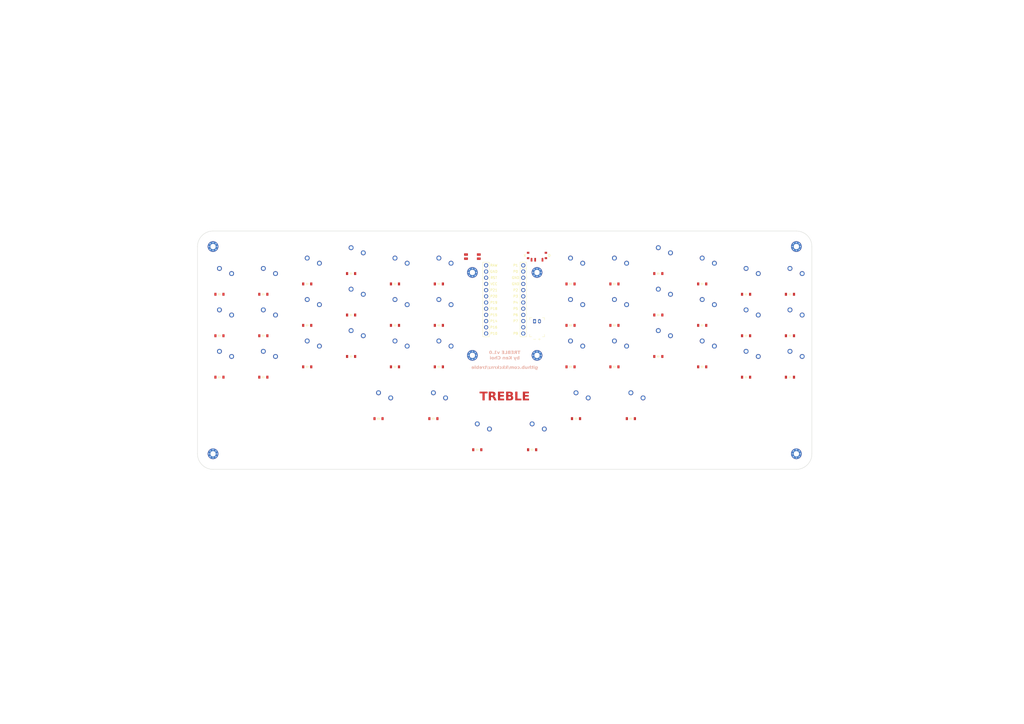
<source format=kicad_pcb>


(kicad_pcb
  (version 20240108)
  (generator "ergogen")
  (generator_version "4.1.0")
  (general
    (thickness 1.6)
    (legacy_teardrops no)
  )
  (paper "A3")
  (title_block
    (title "treble")
    (date "2024-09-01")
    (rev "1")
    (company "Ken Choi")
  )

  (layers
    (0 "F.Cu" signal)
    (31 "B.Cu" signal)
    (32 "B.Adhes" user "B.Adhesive")
    (33 "F.Adhes" user "F.Adhesive")
    (34 "B.Paste" user)
    (35 "F.Paste" user)
    (36 "B.SilkS" user "B.Silkscreen")
    (37 "F.SilkS" user "F.Silkscreen")
    (38 "B.Mask" user)
    (39 "F.Mask" user)
    (40 "Dwgs.User" user "User.Drawings")
    (41 "Cmts.User" user "User.Comments")
    (42 "Eco1.User" user "User.Eco1")
    (43 "Eco2.User" user "User.Eco2")
    (44 "Edge.Cuts" user)
    (45 "Margin" user)
    (46 "B.CrtYd" user "B.Courtyard")
    (47 "F.CrtYd" user "F.Courtyard")
    (48 "B.Fab" user)
    (49 "F.Fab" user)
  )

  (setup
    (pad_to_mask_clearance 0.05)
    (allow_soldermask_bridges_in_footprints no)
    (pcbplotparams
      (layerselection 0x00010fc_ffffffff)
      (plot_on_all_layers_selection 0x0000000_00000000)
      (disableapertmacros no)
      (usegerberextensions no)
      (usegerberattributes yes)
      (usegerberadvancedattributes yes)
      (creategerberjobfile yes)
      (dashed_line_dash_ratio 12.000000)
      (dashed_line_gap_ratio 3.000000)
      (svgprecision 4)
      (plotframeref no)
      (viasonmask no)
      (mode 1)
      (useauxorigin no)
      (hpglpennumber 1)
      (hpglpenspeed 20)
      (hpglpendiameter 15.000000)
      (pdf_front_fp_property_popups yes)
      (pdf_back_fp_property_popups yes)
      (dxfpolygonmode yes)
      (dxfimperialunits yes)
      (dxfusepcbnewfont yes)
      (psnegative no)
      (psa4output no)
      (plotreference yes)
      (plotvalue yes)
      (plotfptext yes)
      (plotinvisibletext no)
      (sketchpadsonfab no)
      (subtractmaskfromsilk no)
      (outputformat 1)
      (mirror no)
      (drillshape 1)
      (scaleselection 1)
      (outputdirectory "")
    )
  )

  (net 0 "")
(net 1 "P10")
(net 2 "outer_bottom")
(net 3 "GND")
(net 4 "D1")
(net 5 "D2")
(net 6 "outer_home")
(net 7 "outer_top")
(net 8 "P16")
(net 9 "pinky_bottom")
(net 10 "pinky_home")
(net 11 "pinky_top")
(net 12 "P14")
(net 13 "ring_bottom")
(net 14 "ring_home")
(net 15 "ring_top")
(net 16 "P15")
(net 17 "middle_bottom")
(net 18 "middle_home")
(net 19 "middle_top")
(net 20 "P18")
(net 21 "index_bottom")
(net 22 "index_home")
(net 23 "index_top")
(net 24 "P19")
(net 25 "inner_bottom")
(net 26 "inner_home")
(net 27 "inner_top")
(net 28 "inner_thumb")
(net 29 "home_thumb")
(net 30 "outer_thumb")
(net 31 "mirror_outer_bottom")
(net 32 "mirror_outer_home")
(net 33 "mirror_outer_top")
(net 34 "mirror_pinky_bottom")
(net 35 "mirror_pinky_home")
(net 36 "mirror_pinky_top")
(net 37 "mirror_ring_bottom")
(net 38 "mirror_ring_home")
(net 39 "mirror_ring_top")
(net 40 "mirror_middle_bottom")
(net 41 "mirror_middle_home")
(net 42 "mirror_middle_top")
(net 43 "mirror_index_bottom")
(net 44 "mirror_index_home")
(net 45 "mirror_index_top")
(net 46 "mirror_inner_bottom")
(net 47 "mirror_inner_home")
(net 48 "mirror_inner_top")
(net 49 "mirror_inner_thumb")
(net 50 "mirror_home_thumb")
(net 51 "mirror_outer_thumb")
(net 52 "P9")
(net 53 "P20")
(net 54 "P21")
(net 55 "P8")
(net 56 "P7")
(net 57 "P6")
(net 58 "P5")
(net 59 "RAW")
(net 60 "RST")
(net 61 "VCC")
(net 62 "P1")
(net 63 "P0")
(net 64 "P2")
(net 65 "P3")
(net 66 "P4")
(net 67 "P101")
(net 68 "P102")
(net 69 "P107")
(net 70 "MCU1_24")
(net 71 "MCU1_1")
(net 72 "MCU1_23")
(net 73 "MCU1_2")
(net 74 "MCU1_22")
(net 75 "MCU1_3")
(net 76 "MCU1_21")
(net 77 "MCU1_4")
(net 78 "MCU1_20")
(net 79 "MCU1_5")
(net 80 "MCU1_19")
(net 81 "MCU1_6")
(net 82 "MCU1_18")
(net 83 "MCU1_7")
(net 84 "MCU1_17")
(net 85 "MCU1_8")
(net 86 "MCU1_16")
(net 87 "MCU1_9")
(net 88 "MCU1_15")
(net 89 "MCU1_10")
(net 90 "MCU1_14")
(net 91 "MCU1_11")
(net 92 "MCU1_13")
(net 93 "MCU1_12")
(net 94 "BAT_P")
(net 95 "JST1_1")
(net 96 "JST1_2")
(net 97 "H1_Hole")
(net 98 "H2_Hole")
(net 99 "H3_Hole")
(net 100 "H4_Hole")
(net 101 "H5_Hole")
(net 102 "H6_Hole")
(net 103 "H7_Hole")
(net 104 "H8_Hole")

  
  (footprint "switch_choc_v1_v2" (layer "B.Cu") (at 90 150 0))
    

  (footprint "switch_choc_v1_v2" (layer "B.Cu") (at 90 133 0))
    

  (footprint "switch_choc_v1_v2" (layer "B.Cu") (at 90 116 0))
    

  (footprint "switch_choc_v1_v2" (layer "B.Cu") (at 108 150 0))
    

  (footprint "switch_choc_v1_v2" (layer "B.Cu") (at 108 133 0))
    

  (footprint "switch_choc_v1_v2" (layer "B.Cu") (at 108 116 0))
    

  (footprint "switch_choc_v1_v2" (layer "B.Cu") (at 126 145.75 0))
    

  (footprint "switch_choc_v1_v2" (layer "B.Cu") (at 126 128.75 0))
    

  (footprint "switch_choc_v1_v2" (layer "B.Cu") (at 126 111.75 0))
    

  (footprint "switch_choc_v1_v2" (layer "B.Cu") (at 144 141.5 0))
    

  (footprint "switch_choc_v1_v2" (layer "B.Cu") (at 144 124.5 0))
    

  (footprint "switch_choc_v1_v2" (layer "B.Cu") (at 144 107.5 0))
    

  (footprint "switch_choc_v1_v2" (layer "B.Cu") (at 162 145.75 0))
    

  (footprint "switch_choc_v1_v2" (layer "B.Cu") (at 162 128.75 0))
    

  (footprint "switch_choc_v1_v2" (layer "B.Cu") (at 162 111.75 0))
    

  (footprint "switch_choc_v1_v2" (layer "B.Cu") (at 180 145.75 0))
    

  (footprint "switch_choc_v1_v2" (layer "B.Cu") (at 180 128.75 0))
    

  (footprint "switch_choc_v1_v2" (layer "B.Cu") (at 180 111.75 0))
    

  (footprint "switch_choc_v1_v2" (layer "B.Cu") (at 155.25 167 0))
    

  (footprint "switch_choc_v1_v2" (layer "B.Cu") (at 177.75 167 0))
    

  (footprint "switch_choc_v1_v2" (layer "B.Cu") (at 195.75 179.75 0))
    

  (footprint "switch_choc_v1_v2" (layer "B.Cu") (at 324 150 0))
    

  (footprint "switch_choc_v1_v2" (layer "B.Cu") (at 324 133 0))
    

  (footprint "switch_choc_v1_v2" (layer "B.Cu") (at 324 116 0))
    

  (footprint "switch_choc_v1_v2" (layer "B.Cu") (at 306 150 0))
    

  (footprint "switch_choc_v1_v2" (layer "B.Cu") (at 306 133 0))
    

  (footprint "switch_choc_v1_v2" (layer "B.Cu") (at 306 116 0))
    

  (footprint "switch_choc_v1_v2" (layer "B.Cu") (at 288 145.75 0))
    

  (footprint "switch_choc_v1_v2" (layer "B.Cu") (at 288 128.75 0))
    

  (footprint "switch_choc_v1_v2" (layer "B.Cu") (at 288 111.75 0))
    

  (footprint "switch_choc_v1_v2" (layer "B.Cu") (at 270 141.5 0))
    

  (footprint "switch_choc_v1_v2" (layer "B.Cu") (at 270 124.5 0))
    

  (footprint "switch_choc_v1_v2" (layer "B.Cu") (at 270 107.5 0))
    

  (footprint "switch_choc_v1_v2" (layer "B.Cu") (at 252 145.75 0))
    

  (footprint "switch_choc_v1_v2" (layer "B.Cu") (at 252 128.75 0))
    

  (footprint "switch_choc_v1_v2" (layer "B.Cu") (at 252 111.75 0))
    

  (footprint "switch_choc_v1_v2" (layer "B.Cu") (at 234 145.75 0))
    

  (footprint "switch_choc_v1_v2" (layer "B.Cu") (at 234 128.75 0))
    

  (footprint "switch_choc_v1_v2" (layer "B.Cu") (at 234 111.75 0))
    

  (footprint "switch_choc_v1_v2" (layer "B.Cu") (at 258.75 167 0))
    

  (footprint "switch_choc_v1_v2" (layer "B.Cu") (at 236.25 167 0))
    

  (footprint "switch_choc_v1_v2" (layer "B.Cu") (at 218.25 179.75 0))
    

        (module CutoutSwitch
            (layer F.Cu)
            (tedit 58D3FE32)
            (at 90 150 0)
            
            (fp_text reference "CS1"
                (at 0 -3.2)
                (layer F.SilkS) hide
                (effects
                    (font
                        (size 1 1)
                        (thickness 0.15)
                    )
                )
            )
            
            (pad "" smd circle
                (at 0 0 0)
                (size 3.4 3.4)
                (drill 3.4)
                (layers B.Adhes)
            )
            
            (pad "" smd circle
                (at 5.5 0 0)
                (size 1.7 1.7)
                (drill 1.7)
                (layers B.Adhes)
            )
            (pad "" smd circle
                (at -5.5 0 0)
                (size 1.7 1.7)
                (drill 1.7)
                (layers B.Adhes)
            )
            
            (pad "" smd circle
                (at 0 -5.9 0)
                (size 2.4 2.4)
                (drill 2.4)
                (layers B.Adhes)
            )
            (pad "" smd circle
                (at 5 -3.8 0)
                (size 2.4 2.4)
                (drill 2.4)
                (layers B.Adhes)
            )
        )
        

        (module CutoutSwitch
            (layer F.Cu)
            (tedit 58D3FE32)
            (at 90 133 0)
            
            (fp_text reference "CS2"
                (at 0 -3.2)
                (layer F.SilkS) hide
                (effects
                    (font
                        (size 1 1)
                        (thickness 0.15)
                    )
                )
            )
            
            (pad "" smd circle
                (at 0 0 0)
                (size 3.4 3.4)
                (drill 3.4)
                (layers B.Adhes)
            )
            
            (pad "" smd circle
                (at 5.5 0 0)
                (size 1.7 1.7)
                (drill 1.7)
                (layers B.Adhes)
            )
            (pad "" smd circle
                (at -5.5 0 0)
                (size 1.7 1.7)
                (drill 1.7)
                (layers B.Adhes)
            )
            
            (pad "" smd circle
                (at 0 -5.9 0)
                (size 2.4 2.4)
                (drill 2.4)
                (layers B.Adhes)
            )
            (pad "" smd circle
                (at 5 -3.8 0)
                (size 2.4 2.4)
                (drill 2.4)
                (layers B.Adhes)
            )
        )
        

        (module CutoutSwitch
            (layer F.Cu)
            (tedit 58D3FE32)
            (at 90 116 0)
            
            (fp_text reference "CS3"
                (at 0 -3.2)
                (layer F.SilkS) hide
                (effects
                    (font
                        (size 1 1)
                        (thickness 0.15)
                    )
                )
            )
            
            (pad "" smd circle
                (at 0 0 0)
                (size 3.4 3.4)
                (drill 3.4)
                (layers B.Adhes)
            )
            
            (pad "" smd circle
                (at 5.5 0 0)
                (size 1.7 1.7)
                (drill 1.7)
                (layers B.Adhes)
            )
            (pad "" smd circle
                (at -5.5 0 0)
                (size 1.7 1.7)
                (drill 1.7)
                (layers B.Adhes)
            )
            
            (pad "" smd circle
                (at 0 -5.9 0)
                (size 2.4 2.4)
                (drill 2.4)
                (layers B.Adhes)
            )
            (pad "" smd circle
                (at 5 -3.8 0)
                (size 2.4 2.4)
                (drill 2.4)
                (layers B.Adhes)
            )
        )
        

        (module CutoutSwitch
            (layer F.Cu)
            (tedit 58D3FE32)
            (at 108 150 0)
            
            (fp_text reference "CS4"
                (at 0 -3.2)
                (layer F.SilkS) hide
                (effects
                    (font
                        (size 1 1)
                        (thickness 0.15)
                    )
                )
            )
            
            (pad "" smd circle
                (at 0 0 0)
                (size 3.4 3.4)
                (drill 3.4)
                (layers B.Adhes)
            )
            
            (pad "" smd circle
                (at 5.5 0 0)
                (size 1.7 1.7)
                (drill 1.7)
                (layers B.Adhes)
            )
            (pad "" smd circle
                (at -5.5 0 0)
                (size 1.7 1.7)
                (drill 1.7)
                (layers B.Adhes)
            )
            
            (pad "" smd circle
                (at 0 -5.9 0)
                (size 2.4 2.4)
                (drill 2.4)
                (layers B.Adhes)
            )
            (pad "" smd circle
                (at 5 -3.8 0)
                (size 2.4 2.4)
                (drill 2.4)
                (layers B.Adhes)
            )
        )
        

        (module CutoutSwitch
            (layer F.Cu)
            (tedit 58D3FE32)
            (at 108 133 0)
            
            (fp_text reference "CS5"
                (at 0 -3.2)
                (layer F.SilkS) hide
                (effects
                    (font
                        (size 1 1)
                        (thickness 0.15)
                    )
                )
            )
            
            (pad "" smd circle
                (at 0 0 0)
                (size 3.4 3.4)
                (drill 3.4)
                (layers B.Adhes)
            )
            
            (pad "" smd circle
                (at 5.5 0 0)
                (size 1.7 1.7)
                (drill 1.7)
                (layers B.Adhes)
            )
            (pad "" smd circle
                (at -5.5 0 0)
                (size 1.7 1.7)
                (drill 1.7)
                (layers B.Adhes)
            )
            
            (pad "" smd circle
                (at 0 -5.9 0)
                (size 2.4 2.4)
                (drill 2.4)
                (layers B.Adhes)
            )
            (pad "" smd circle
                (at 5 -3.8 0)
                (size 2.4 2.4)
                (drill 2.4)
                (layers B.Adhes)
            )
        )
        

        (module CutoutSwitch
            (layer F.Cu)
            (tedit 58D3FE32)
            (at 108 116 0)
            
            (fp_text reference "CS6"
                (at 0 -3.2)
                (layer F.SilkS) hide
                (effects
                    (font
                        (size 1 1)
                        (thickness 0.15)
                    )
                )
            )
            
            (pad "" smd circle
                (at 0 0 0)
                (size 3.4 3.4)
                (drill 3.4)
                (layers B.Adhes)
            )
            
            (pad "" smd circle
                (at 5.5 0 0)
                (size 1.7 1.7)
                (drill 1.7)
                (layers B.Adhes)
            )
            (pad "" smd circle
                (at -5.5 0 0)
                (size 1.7 1.7)
                (drill 1.7)
                (layers B.Adhes)
            )
            
            (pad "" smd circle
                (at 0 -5.9 0)
                (size 2.4 2.4)
                (drill 2.4)
                (layers B.Adhes)
            )
            (pad "" smd circle
                (at 5 -3.8 0)
                (size 2.4 2.4)
                (drill 2.4)
                (layers B.Adhes)
            )
        )
        

        (module CutoutSwitch
            (layer F.Cu)
            (tedit 58D3FE32)
            (at 126 145.75 0)
            
            (fp_text reference "CS7"
                (at 0 -3.2)
                (layer F.SilkS) hide
                (effects
                    (font
                        (size 1 1)
                        (thickness 0.15)
                    )
                )
            )
            
            (pad "" smd circle
                (at 0 0 0)
                (size 3.4 3.4)
                (drill 3.4)
                (layers B.Adhes)
            )
            
            (pad "" smd circle
                (at 5.5 0 0)
                (size 1.7 1.7)
                (drill 1.7)
                (layers B.Adhes)
            )
            (pad "" smd circle
                (at -5.5 0 0)
                (size 1.7 1.7)
                (drill 1.7)
                (layers B.Adhes)
            )
            
            (pad "" smd circle
                (at 0 -5.9 0)
                (size 2.4 2.4)
                (drill 2.4)
                (layers B.Adhes)
            )
            (pad "" smd circle
                (at 5 -3.8 0)
                (size 2.4 2.4)
                (drill 2.4)
                (layers B.Adhes)
            )
        )
        

        (module CutoutSwitch
            (layer F.Cu)
            (tedit 58D3FE32)
            (at 126 128.75 0)
            
            (fp_text reference "CS8"
                (at 0 -3.2)
                (layer F.SilkS) hide
                (effects
                    (font
                        (size 1 1)
                        (thickness 0.15)
                    )
                )
            )
            
            (pad "" smd circle
                (at 0 0 0)
                (size 3.4 3.4)
                (drill 3.4)
                (layers B.Adhes)
            )
            
            (pad "" smd circle
                (at 5.5 0 0)
                (size 1.7 1.7)
                (drill 1.7)
                (layers B.Adhes)
            )
            (pad "" smd circle
                (at -5.5 0 0)
                (size 1.7 1.7)
                (drill 1.7)
                (layers B.Adhes)
            )
            
            (pad "" smd circle
                (at 0 -5.9 0)
                (size 2.4 2.4)
                (drill 2.4)
                (layers B.Adhes)
            )
            (pad "" smd circle
                (at 5 -3.8 0)
                (size 2.4 2.4)
                (drill 2.4)
                (layers B.Adhes)
            )
        )
        

        (module CutoutSwitch
            (layer F.Cu)
            (tedit 58D3FE32)
            (at 126 111.75 0)
            
            (fp_text reference "CS9"
                (at 0 -3.2)
                (layer F.SilkS) hide
                (effects
                    (font
                        (size 1 1)
                        (thickness 0.15)
                    )
                )
            )
            
            (pad "" smd circle
                (at 0 0 0)
                (size 3.4 3.4)
                (drill 3.4)
                (layers B.Adhes)
            )
            
            (pad "" smd circle
                (at 5.5 0 0)
                (size 1.7 1.7)
                (drill 1.7)
                (layers B.Adhes)
            )
            (pad "" smd circle
                (at -5.5 0 0)
                (size 1.7 1.7)
                (drill 1.7)
                (layers B.Adhes)
            )
            
            (pad "" smd circle
                (at 0 -5.9 0)
                (size 2.4 2.4)
                (drill 2.4)
                (layers B.Adhes)
            )
            (pad "" smd circle
                (at 5 -3.8 0)
                (size 2.4 2.4)
                (drill 2.4)
                (layers B.Adhes)
            )
        )
        

        (module CutoutSwitch
            (layer F.Cu)
            (tedit 58D3FE32)
            (at 144 141.5 0)
            
            (fp_text reference "CS10"
                (at 0 -3.2)
                (layer F.SilkS) hide
                (effects
                    (font
                        (size 1 1)
                        (thickness 0.15)
                    )
                )
            )
            
            (pad "" smd circle
                (at 0 0 0)
                (size 3.4 3.4)
                (drill 3.4)
                (layers B.Adhes)
            )
            
            (pad "" smd circle
                (at 5.5 0 0)
                (size 1.7 1.7)
                (drill 1.7)
                (layers B.Adhes)
            )
            (pad "" smd circle
                (at -5.5 0 0)
                (size 1.7 1.7)
                (drill 1.7)
                (layers B.Adhes)
            )
            
            (pad "" smd circle
                (at 0 -5.9 0)
                (size 2.4 2.4)
                (drill 2.4)
                (layers B.Adhes)
            )
            (pad "" smd circle
                (at 5 -3.8 0)
                (size 2.4 2.4)
                (drill 2.4)
                (layers B.Adhes)
            )
        )
        

        (module CutoutSwitch
            (layer F.Cu)
            (tedit 58D3FE32)
            (at 144 124.5 0)
            
            (fp_text reference "CS11"
                (at 0 -3.2)
                (layer F.SilkS) hide
                (effects
                    (font
                        (size 1 1)
                        (thickness 0.15)
                    )
                )
            )
            
            (pad "" smd circle
                (at 0 0 0)
                (size 3.4 3.4)
                (drill 3.4)
                (layers B.Adhes)
            )
            
            (pad "" smd circle
                (at 5.5 0 0)
                (size 1.7 1.7)
                (drill 1.7)
                (layers B.Adhes)
            )
            (pad "" smd circle
                (at -5.5 0 0)
                (size 1.7 1.7)
                (drill 1.7)
                (layers B.Adhes)
            )
            
            (pad "" smd circle
                (at 0 -5.9 0)
                (size 2.4 2.4)
                (drill 2.4)
                (layers B.Adhes)
            )
            (pad "" smd circle
                (at 5 -3.8 0)
                (size 2.4 2.4)
                (drill 2.4)
                (layers B.Adhes)
            )
        )
        

        (module CutoutSwitch
            (layer F.Cu)
            (tedit 58D3FE32)
            (at 144 107.5 0)
            
            (fp_text reference "CS12"
                (at 0 -3.2)
                (layer F.SilkS) hide
                (effects
                    (font
                        (size 1 1)
                        (thickness 0.15)
                    )
                )
            )
            
            (pad "" smd circle
                (at 0 0 0)
                (size 3.4 3.4)
                (drill 3.4)
                (layers B.Adhes)
            )
            
            (pad "" smd circle
                (at 5.5 0 0)
                (size 1.7 1.7)
                (drill 1.7)
                (layers B.Adhes)
            )
            (pad "" smd circle
                (at -5.5 0 0)
                (size 1.7 1.7)
                (drill 1.7)
                (layers B.Adhes)
            )
            
            (pad "" smd circle
                (at 0 -5.9 0)
                (size 2.4 2.4)
                (drill 2.4)
                (layers B.Adhes)
            )
            (pad "" smd circle
                (at 5 -3.8 0)
                (size 2.4 2.4)
                (drill 2.4)
                (layers B.Adhes)
            )
        )
        

        (module CutoutSwitch
            (layer F.Cu)
            (tedit 58D3FE32)
            (at 162 145.75 0)
            
            (fp_text reference "CS13"
                (at 0 -3.2)
                (layer F.SilkS) hide
                (effects
                    (font
                        (size 1 1)
                        (thickness 0.15)
                    )
                )
            )
            
            (pad "" smd circle
                (at 0 0 0)
                (size 3.4 3.4)
                (drill 3.4)
                (layers B.Adhes)
            )
            
            (pad "" smd circle
                (at 5.5 0 0)
                (size 1.7 1.7)
                (drill 1.7)
                (layers B.Adhes)
            )
            (pad "" smd circle
                (at -5.5 0 0)
                (size 1.7 1.7)
                (drill 1.7)
                (layers B.Adhes)
            )
            
            (pad "" smd circle
                (at 0 -5.9 0)
                (size 2.4 2.4)
                (drill 2.4)
                (layers B.Adhes)
            )
            (pad "" smd circle
                (at 5 -3.8 0)
                (size 2.4 2.4)
                (drill 2.4)
                (layers B.Adhes)
            )
        )
        

        (module CutoutSwitch
            (layer F.Cu)
            (tedit 58D3FE32)
            (at 162 128.75 0)
            
            (fp_text reference "CS14"
                (at 0 -3.2)
                (layer F.SilkS) hide
                (effects
                    (font
                        (size 1 1)
                        (thickness 0.15)
                    )
                )
            )
            
            (pad "" smd circle
                (at 0 0 0)
                (size 3.4 3.4)
                (drill 3.4)
                (layers B.Adhes)
            )
            
            (pad "" smd circle
                (at 5.5 0 0)
                (size 1.7 1.7)
                (drill 1.7)
                (layers B.Adhes)
            )
            (pad "" smd circle
                (at -5.5 0 0)
                (size 1.7 1.7)
                (drill 1.7)
                (layers B.Adhes)
            )
            
            (pad "" smd circle
                (at 0 -5.9 0)
                (size 2.4 2.4)
                (drill 2.4)
                (layers B.Adhes)
            )
            (pad "" smd circle
                (at 5 -3.8 0)
                (size 2.4 2.4)
                (drill 2.4)
                (layers B.Adhes)
            )
        )
        

        (module CutoutSwitch
            (layer F.Cu)
            (tedit 58D3FE32)
            (at 162 111.75 0)
            
            (fp_text reference "CS15"
                (at 0 -3.2)
                (layer F.SilkS) hide
                (effects
                    (font
                        (size 1 1)
                        (thickness 0.15)
                    )
                )
            )
            
            (pad "" smd circle
                (at 0 0 0)
                (size 3.4 3.4)
                (drill 3.4)
                (layers B.Adhes)
            )
            
            (pad "" smd circle
                (at 5.5 0 0)
                (size 1.7 1.7)
                (drill 1.7)
                (layers B.Adhes)
            )
            (pad "" smd circle
                (at -5.5 0 0)
                (size 1.7 1.7)
                (drill 1.7)
                (layers B.Adhes)
            )
            
            (pad "" smd circle
                (at 0 -5.9 0)
                (size 2.4 2.4)
                (drill 2.4)
                (layers B.Adhes)
            )
            (pad "" smd circle
                (at 5 -3.8 0)
                (size 2.4 2.4)
                (drill 2.4)
                (layers B.Adhes)
            )
        )
        

        (module CutoutSwitch
            (layer F.Cu)
            (tedit 58D3FE32)
            (at 180 145.75 0)
            
            (fp_text reference "CS16"
                (at 0 -3.2)
                (layer F.SilkS) hide
                (effects
                    (font
                        (size 1 1)
                        (thickness 0.15)
                    )
                )
            )
            
            (pad "" smd circle
                (at 0 0 0)
                (size 3.4 3.4)
                (drill 3.4)
                (layers B.Adhes)
            )
            
            (pad "" smd circle
                (at 5.5 0 0)
                (size 1.7 1.7)
                (drill 1.7)
                (layers B.Adhes)
            )
            (pad "" smd circle
                (at -5.5 0 0)
                (size 1.7 1.7)
                (drill 1.7)
                (layers B.Adhes)
            )
            
            (pad "" smd circle
                (at 0 -5.9 0)
                (size 2.4 2.4)
                (drill 2.4)
                (layers B.Adhes)
            )
            (pad "" smd circle
                (at 5 -3.8 0)
                (size 2.4 2.4)
                (drill 2.4)
                (layers B.Adhes)
            )
        )
        

        (module CutoutSwitch
            (layer F.Cu)
            (tedit 58D3FE32)
            (at 180 128.75 0)
            
            (fp_text reference "CS17"
                (at 0 -3.2)
                (layer F.SilkS) hide
                (effects
                    (font
                        (size 1 1)
                        (thickness 0.15)
                    )
                )
            )
            
            (pad "" smd circle
                (at 0 0 0)
                (size 3.4 3.4)
                (drill 3.4)
                (layers B.Adhes)
            )
            
            (pad "" smd circle
                (at 5.5 0 0)
                (size 1.7 1.7)
                (drill 1.7)
                (layers B.Adhes)
            )
            (pad "" smd circle
                (at -5.5 0 0)
                (size 1.7 1.7)
                (drill 1.7)
                (layers B.Adhes)
            )
            
            (pad "" smd circle
                (at 0 -5.9 0)
                (size 2.4 2.4)
                (drill 2.4)
                (layers B.Adhes)
            )
            (pad "" smd circle
                (at 5 -3.8 0)
                (size 2.4 2.4)
                (drill 2.4)
                (layers B.Adhes)
            )
        )
        

        (module CutoutSwitch
            (layer F.Cu)
            (tedit 58D3FE32)
            (at 180 111.75 0)
            
            (fp_text reference "CS18"
                (at 0 -3.2)
                (layer F.SilkS) hide
                (effects
                    (font
                        (size 1 1)
                        (thickness 0.15)
                    )
                )
            )
            
            (pad "" smd circle
                (at 0 0 0)
                (size 3.4 3.4)
                (drill 3.4)
                (layers B.Adhes)
            )
            
            (pad "" smd circle
                (at 5.5 0 0)
                (size 1.7 1.7)
                (drill 1.7)
                (layers B.Adhes)
            )
            (pad "" smd circle
                (at -5.5 0 0)
                (size 1.7 1.7)
                (drill 1.7)
                (layers B.Adhes)
            )
            
            (pad "" smd circle
                (at 0 -5.9 0)
                (size 2.4 2.4)
                (drill 2.4)
                (layers B.Adhes)
            )
            (pad "" smd circle
                (at 5 -3.8 0)
                (size 2.4 2.4)
                (drill 2.4)
                (layers B.Adhes)
            )
        )
        

        (module CutoutSwitch
            (layer F.Cu)
            (tedit 58D3FE32)
            (at 155.25 167 0)
            
            (fp_text reference "CS19"
                (at 0 -3.2)
                (layer F.SilkS) hide
                (effects
                    (font
                        (size 1 1)
                        (thickness 0.15)
                    )
                )
            )
            
            (pad "" smd circle
                (at 0 0 0)
                (size 3.4 3.4)
                (drill 3.4)
                (layers B.Adhes)
            )
            
            (pad "" smd circle
                (at 5.5 0 0)
                (size 1.7 1.7)
                (drill 1.7)
                (layers B.Adhes)
            )
            (pad "" smd circle
                (at -5.5 0 0)
                (size 1.7 1.7)
                (drill 1.7)
                (layers B.Adhes)
            )
            
            (pad "" smd circle
                (at 0 -5.9 0)
                (size 2.4 2.4)
                (drill 2.4)
                (layers B.Adhes)
            )
            (pad "" smd circle
                (at 5 -3.8 0)
                (size 2.4 2.4)
                (drill 2.4)
                (layers B.Adhes)
            )
        )
        

        (module CutoutSwitch
            (layer F.Cu)
            (tedit 58D3FE32)
            (at 177.75 167 0)
            
            (fp_text reference "CS20"
                (at 0 -3.2)
                (layer F.SilkS) hide
                (effects
                    (font
                        (size 1 1)
                        (thickness 0.15)
                    )
                )
            )
            
            (pad "" smd circle
                (at 0 0 0)
                (size 3.4 3.4)
                (drill 3.4)
                (layers B.Adhes)
            )
            
            (pad "" smd circle
                (at 5.5 0 0)
                (size 1.7 1.7)
                (drill 1.7)
                (layers B.Adhes)
            )
            (pad "" smd circle
                (at -5.5 0 0)
                (size 1.7 1.7)
                (drill 1.7)
                (layers B.Adhes)
            )
            
            (pad "" smd circle
                (at 0 -5.9 0)
                (size 2.4 2.4)
                (drill 2.4)
                (layers B.Adhes)
            )
            (pad "" smd circle
                (at 5 -3.8 0)
                (size 2.4 2.4)
                (drill 2.4)
                (layers B.Adhes)
            )
        )
        

        (module CutoutSwitch
            (layer F.Cu)
            (tedit 58D3FE32)
            (at 195.75 179.75 0)
            
            (fp_text reference "CS21"
                (at 0 -3.2)
                (layer F.SilkS) hide
                (effects
                    (font
                        (size 1 1)
                        (thickness 0.15)
                    )
                )
            )
            
            (pad "" smd circle
                (at 0 0 0)
                (size 3.4 3.4)
                (drill 3.4)
                (layers B.Adhes)
            )
            
            (pad "" smd circle
                (at 5.5 0 0)
                (size 1.7 1.7)
                (drill 1.7)
                (layers B.Adhes)
            )
            (pad "" smd circle
                (at -5.5 0 0)
                (size 1.7 1.7)
                (drill 1.7)
                (layers B.Adhes)
            )
            
            (pad "" smd circle
                (at 0 -5.9 0)
                (size 2.4 2.4)
                (drill 2.4)
                (layers B.Adhes)
            )
            (pad "" smd circle
                (at 5 -3.8 0)
                (size 2.4 2.4)
                (drill 2.4)
                (layers B.Adhes)
            )
        )
        

        (module CutoutSwitch
            (layer F.Cu)
            (tedit 58D3FE32)
            (at 324 150 0)
            
            (fp_text reference "CS22"
                (at 0 -3.2)
                (layer F.SilkS) hide
                (effects
                    (font
                        (size 1 1)
                        (thickness 0.15)
                    )
                )
            )
            
            (pad "" smd circle
                (at 0 0 0)
                (size 3.4 3.4)
                (drill 3.4)
                (layers B.Adhes)
            )
            
            (pad "" smd circle
                (at 5.5 0 0)
                (size 1.7 1.7)
                (drill 1.7)
                (layers B.Adhes)
            )
            (pad "" smd circle
                (at -5.5 0 0)
                (size 1.7 1.7)
                (drill 1.7)
                (layers B.Adhes)
            )
            
            (pad "" smd circle
                (at 0 -5.9 0)
                (size 2.4 2.4)
                (drill 2.4)
                (layers B.Adhes)
            )
            (pad "" smd circle
                (at 5 -3.8 0)
                (size 2.4 2.4)
                (drill 2.4)
                (layers B.Adhes)
            )
        )
        

        (module CutoutSwitch
            (layer F.Cu)
            (tedit 58D3FE32)
            (at 324 133 0)
            
            (fp_text reference "CS23"
                (at 0 -3.2)
                (layer F.SilkS) hide
                (effects
                    (font
                        (size 1 1)
                        (thickness 0.15)
                    )
                )
            )
            
            (pad "" smd circle
                (at 0 0 0)
                (size 3.4 3.4)
                (drill 3.4)
                (layers B.Adhes)
            )
            
            (pad "" smd circle
                (at 5.5 0 0)
                (size 1.7 1.7)
                (drill 1.7)
                (layers B.Adhes)
            )
            (pad "" smd circle
                (at -5.5 0 0)
                (size 1.7 1.7)
                (drill 1.7)
                (layers B.Adhes)
            )
            
            (pad "" smd circle
                (at 0 -5.9 0)
                (size 2.4 2.4)
                (drill 2.4)
                (layers B.Adhes)
            )
            (pad "" smd circle
                (at 5 -3.8 0)
                (size 2.4 2.4)
                (drill 2.4)
                (layers B.Adhes)
            )
        )
        

        (module CutoutSwitch
            (layer F.Cu)
            (tedit 58D3FE32)
            (at 324 116 0)
            
            (fp_text reference "CS24"
                (at 0 -3.2)
                (layer F.SilkS) hide
                (effects
                    (font
                        (size 1 1)
                        (thickness 0.15)
                    )
                )
            )
            
            (pad "" smd circle
                (at 0 0 0)
                (size 3.4 3.4)
                (drill 3.4)
                (layers B.Adhes)
            )
            
            (pad "" smd circle
                (at 5.5 0 0)
                (size 1.7 1.7)
                (drill 1.7)
                (layers B.Adhes)
            )
            (pad "" smd circle
                (at -5.5 0 0)
                (size 1.7 1.7)
                (drill 1.7)
                (layers B.Adhes)
            )
            
            (pad "" smd circle
                (at 0 -5.9 0)
                (size 2.4 2.4)
                (drill 2.4)
                (layers B.Adhes)
            )
            (pad "" smd circle
                (at 5 -3.8 0)
                (size 2.4 2.4)
                (drill 2.4)
                (layers B.Adhes)
            )
        )
        

        (module CutoutSwitch
            (layer F.Cu)
            (tedit 58D3FE32)
            (at 306 150 0)
            
            (fp_text reference "CS25"
                (at 0 -3.2)
                (layer F.SilkS) hide
                (effects
                    (font
                        (size 1 1)
                        (thickness 0.15)
                    )
                )
            )
            
            (pad "" smd circle
                (at 0 0 0)
                (size 3.4 3.4)
                (drill 3.4)
                (layers B.Adhes)
            )
            
            (pad "" smd circle
                (at 5.5 0 0)
                (size 1.7 1.7)
                (drill 1.7)
                (layers B.Adhes)
            )
            (pad "" smd circle
                (at -5.5 0 0)
                (size 1.7 1.7)
                (drill 1.7)
                (layers B.Adhes)
            )
            
            (pad "" smd circle
                (at 0 -5.9 0)
                (size 2.4 2.4)
                (drill 2.4)
                (layers B.Adhes)
            )
            (pad "" smd circle
                (at 5 -3.8 0)
                (size 2.4 2.4)
                (drill 2.4)
                (layers B.Adhes)
            )
        )
        

        (module CutoutSwitch
            (layer F.Cu)
            (tedit 58D3FE32)
            (at 306 133 0)
            
            (fp_text reference "CS26"
                (at 0 -3.2)
                (layer F.SilkS) hide
                (effects
                    (font
                        (size 1 1)
                        (thickness 0.15)
                    )
                )
            )
            
            (pad "" smd circle
                (at 0 0 0)
                (size 3.4 3.4)
                (drill 3.4)
                (layers B.Adhes)
            )
            
            (pad "" smd circle
                (at 5.5 0 0)
                (size 1.7 1.7)
                (drill 1.7)
                (layers B.Adhes)
            )
            (pad "" smd circle
                (at -5.5 0 0)
                (size 1.7 1.7)
                (drill 1.7)
                (layers B.Adhes)
            )
            
            (pad "" smd circle
                (at 0 -5.9 0)
                (size 2.4 2.4)
                (drill 2.4)
                (layers B.Adhes)
            )
            (pad "" smd circle
                (at 5 -3.8 0)
                (size 2.4 2.4)
                (drill 2.4)
                (layers B.Adhes)
            )
        )
        

        (module CutoutSwitch
            (layer F.Cu)
            (tedit 58D3FE32)
            (at 306 116 0)
            
            (fp_text reference "CS27"
                (at 0 -3.2)
                (layer F.SilkS) hide
                (effects
                    (font
                        (size 1 1)
                        (thickness 0.15)
                    )
                )
            )
            
            (pad "" smd circle
                (at 0 0 0)
                (size 3.4 3.4)
                (drill 3.4)
                (layers B.Adhes)
            )
            
            (pad "" smd circle
                (at 5.5 0 0)
                (size 1.7 1.7)
                (drill 1.7)
                (layers B.Adhes)
            )
            (pad "" smd circle
                (at -5.5 0 0)
                (size 1.7 1.7)
                (drill 1.7)
                (layers B.Adhes)
            )
            
            (pad "" smd circle
                (at 0 -5.9 0)
                (size 2.4 2.4)
                (drill 2.4)
                (layers B.Adhes)
            )
            (pad "" smd circle
                (at 5 -3.8 0)
                (size 2.4 2.4)
                (drill 2.4)
                (layers B.Adhes)
            )
        )
        

        (module CutoutSwitch
            (layer F.Cu)
            (tedit 58D3FE32)
            (at 288 145.75 0)
            
            (fp_text reference "CS28"
                (at 0 -3.2)
                (layer F.SilkS) hide
                (effects
                    (font
                        (size 1 1)
                        (thickness 0.15)
                    )
                )
            )
            
            (pad "" smd circle
                (at 0 0 0)
                (size 3.4 3.4)
                (drill 3.4)
                (layers B.Adhes)
            )
            
            (pad "" smd circle
                (at 5.5 0 0)
                (size 1.7 1.7)
                (drill 1.7)
                (layers B.Adhes)
            )
            (pad "" smd circle
                (at -5.5 0 0)
                (size 1.7 1.7)
                (drill 1.7)
                (layers B.Adhes)
            )
            
            (pad "" smd circle
                (at 0 -5.9 0)
                (size 2.4 2.4)
                (drill 2.4)
                (layers B.Adhes)
            )
            (pad "" smd circle
                (at 5 -3.8 0)
                (size 2.4 2.4)
                (drill 2.4)
                (layers B.Adhes)
            )
        )
        

        (module CutoutSwitch
            (layer F.Cu)
            (tedit 58D3FE32)
            (at 288 128.75 0)
            
            (fp_text reference "CS29"
                (at 0 -3.2)
                (layer F.SilkS) hide
                (effects
                    (font
                        (size 1 1)
                        (thickness 0.15)
                    )
                )
            )
            
            (pad "" smd circle
                (at 0 0 0)
                (size 3.4 3.4)
                (drill 3.4)
                (layers B.Adhes)
            )
            
            (pad "" smd circle
                (at 5.5 0 0)
                (size 1.7 1.7)
                (drill 1.7)
                (layers B.Adhes)
            )
            (pad "" smd circle
                (at -5.5 0 0)
                (size 1.7 1.7)
                (drill 1.7)
                (layers B.Adhes)
            )
            
            (pad "" smd circle
                (at 0 -5.9 0)
                (size 2.4 2.4)
                (drill 2.4)
                (layers B.Adhes)
            )
            (pad "" smd circle
                (at 5 -3.8 0)
                (size 2.4 2.4)
                (drill 2.4)
                (layers B.Adhes)
            )
        )
        

        (module CutoutSwitch
            (layer F.Cu)
            (tedit 58D3FE32)
            (at 288 111.75 0)
            
            (fp_text reference "CS30"
                (at 0 -3.2)
                (layer F.SilkS) hide
                (effects
                    (font
                        (size 1 1)
                        (thickness 0.15)
                    )
                )
            )
            
            (pad "" smd circle
                (at 0 0 0)
                (size 3.4 3.4)
                (drill 3.4)
                (layers B.Adhes)
            )
            
            (pad "" smd circle
                (at 5.5 0 0)
                (size 1.7 1.7)
                (drill 1.7)
                (layers B.Adhes)
            )
            (pad "" smd circle
                (at -5.5 0 0)
                (size 1.7 1.7)
                (drill 1.7)
                (layers B.Adhes)
            )
            
            (pad "" smd circle
                (at 0 -5.9 0)
                (size 2.4 2.4)
                (drill 2.4)
                (layers B.Adhes)
            )
            (pad "" smd circle
                (at 5 -3.8 0)
                (size 2.4 2.4)
                (drill 2.4)
                (layers B.Adhes)
            )
        )
        

        (module CutoutSwitch
            (layer F.Cu)
            (tedit 58D3FE32)
            (at 270 141.5 0)
            
            (fp_text reference "CS31"
                (at 0 -3.2)
                (layer F.SilkS) hide
                (effects
                    (font
                        (size 1 1)
                        (thickness 0.15)
                    )
                )
            )
            
            (pad "" smd circle
                (at 0 0 0)
                (size 3.4 3.4)
                (drill 3.4)
                (layers B.Adhes)
            )
            
            (pad "" smd circle
                (at 5.5 0 0)
                (size 1.7 1.7)
                (drill 1.7)
                (layers B.Adhes)
            )
            (pad "" smd circle
                (at -5.5 0 0)
                (size 1.7 1.7)
                (drill 1.7)
                (layers B.Adhes)
            )
            
            (pad "" smd circle
                (at 0 -5.9 0)
                (size 2.4 2.4)
                (drill 2.4)
                (layers B.Adhes)
            )
            (pad "" smd circle
                (at 5 -3.8 0)
                (size 2.4 2.4)
                (drill 2.4)
                (layers B.Adhes)
            )
        )
        

        (module CutoutSwitch
            (layer F.Cu)
            (tedit 58D3FE32)
            (at 270 124.5 0)
            
            (fp_text reference "CS32"
                (at 0 -3.2)
                (layer F.SilkS) hide
                (effects
                    (font
                        (size 1 1)
                        (thickness 0.15)
                    )
                )
            )
            
            (pad "" smd circle
                (at 0 0 0)
                (size 3.4 3.4)
                (drill 3.4)
                (layers B.Adhes)
            )
            
            (pad "" smd circle
                (at 5.5 0 0)
                (size 1.7 1.7)
                (drill 1.7)
                (layers B.Adhes)
            )
            (pad "" smd circle
                (at -5.5 0 0)
                (size 1.7 1.7)
                (drill 1.7)
                (layers B.Adhes)
            )
            
            (pad "" smd circle
                (at 0 -5.9 0)
                (size 2.4 2.4)
                (drill 2.4)
                (layers B.Adhes)
            )
            (pad "" smd circle
                (at 5 -3.8 0)
                (size 2.4 2.4)
                (drill 2.4)
                (layers B.Adhes)
            )
        )
        

        (module CutoutSwitch
            (layer F.Cu)
            (tedit 58D3FE32)
            (at 270 107.5 0)
            
            (fp_text reference "CS33"
                (at 0 -3.2)
                (layer F.SilkS) hide
                (effects
                    (font
                        (size 1 1)
                        (thickness 0.15)
                    )
                )
            )
            
            (pad "" smd circle
                (at 0 0 0)
                (size 3.4 3.4)
                (drill 3.4)
                (layers B.Adhes)
            )
            
            (pad "" smd circle
                (at 5.5 0 0)
                (size 1.7 1.7)
                (drill 1.7)
                (layers B.Adhes)
            )
            (pad "" smd circle
                (at -5.5 0 0)
                (size 1.7 1.7)
                (drill 1.7)
                (layers B.Adhes)
            )
            
            (pad "" smd circle
                (at 0 -5.9 0)
                (size 2.4 2.4)
                (drill 2.4)
                (layers B.Adhes)
            )
            (pad "" smd circle
                (at 5 -3.8 0)
                (size 2.4 2.4)
                (drill 2.4)
                (layers B.Adhes)
            )
        )
        

        (module CutoutSwitch
            (layer F.Cu)
            (tedit 58D3FE32)
            (at 252 145.75 0)
            
            (fp_text reference "CS34"
                (at 0 -3.2)
                (layer F.SilkS) hide
                (effects
                    (font
                        (size 1 1)
                        (thickness 0.15)
                    )
                )
            )
            
            (pad "" smd circle
                (at 0 0 0)
                (size 3.4 3.4)
                (drill 3.4)
                (layers B.Adhes)
            )
            
            (pad "" smd circle
                (at 5.5 0 0)
                (size 1.7 1.7)
                (drill 1.7)
                (layers B.Adhes)
            )
            (pad "" smd circle
                (at -5.5 0 0)
                (size 1.7 1.7)
                (drill 1.7)
                (layers B.Adhes)
            )
            
            (pad "" smd circle
                (at 0 -5.9 0)
                (size 2.4 2.4)
                (drill 2.4)
                (layers B.Adhes)
            )
            (pad "" smd circle
                (at 5 -3.8 0)
                (size 2.4 2.4)
                (drill 2.4)
                (layers B.Adhes)
            )
        )
        

        (module CutoutSwitch
            (layer F.Cu)
            (tedit 58D3FE32)
            (at 252 128.75 0)
            
            (fp_text reference "CS35"
                (at 0 -3.2)
                (layer F.SilkS) hide
                (effects
                    (font
                        (size 1 1)
                        (thickness 0.15)
                    )
                )
            )
            
            (pad "" smd circle
                (at 0 0 0)
                (size 3.4 3.4)
                (drill 3.4)
                (layers B.Adhes)
            )
            
            (pad "" smd circle
                (at 5.5 0 0)
                (size 1.7 1.7)
                (drill 1.7)
                (layers B.Adhes)
            )
            (pad "" smd circle
                (at -5.5 0 0)
                (size 1.7 1.7)
                (drill 1.7)
                (layers B.Adhes)
            )
            
            (pad "" smd circle
                (at 0 -5.9 0)
                (size 2.4 2.4)
                (drill 2.4)
                (layers B.Adhes)
            )
            (pad "" smd circle
                (at 5 -3.8 0)
                (size 2.4 2.4)
                (drill 2.4)
                (layers B.Adhes)
            )
        )
        

        (module CutoutSwitch
            (layer F.Cu)
            (tedit 58D3FE32)
            (at 252 111.75 0)
            
            (fp_text reference "CS36"
                (at 0 -3.2)
                (layer F.SilkS) hide
                (effects
                    (font
                        (size 1 1)
                        (thickness 0.15)
                    )
                )
            )
            
            (pad "" smd circle
                (at 0 0 0)
                (size 3.4 3.4)
                (drill 3.4)
                (layers B.Adhes)
            )
            
            (pad "" smd circle
                (at 5.5 0 0)
                (size 1.7 1.7)
                (drill 1.7)
                (layers B.Adhes)
            )
            (pad "" smd circle
                (at -5.5 0 0)
                (size 1.7 1.7)
                (drill 1.7)
                (layers B.Adhes)
            )
            
            (pad "" smd circle
                (at 0 -5.9 0)
                (size 2.4 2.4)
                (drill 2.4)
                (layers B.Adhes)
            )
            (pad "" smd circle
                (at 5 -3.8 0)
                (size 2.4 2.4)
                (drill 2.4)
                (layers B.Adhes)
            )
        )
        

        (module CutoutSwitch
            (layer F.Cu)
            (tedit 58D3FE32)
            (at 234 145.75 0)
            
            (fp_text reference "CS37"
                (at 0 -3.2)
                (layer F.SilkS) hide
                (effects
                    (font
                        (size 1 1)
                        (thickness 0.15)
                    )
                )
            )
            
            (pad "" smd circle
                (at 0 0 0)
                (size 3.4 3.4)
                (drill 3.4)
                (layers B.Adhes)
            )
            
            (pad "" smd circle
                (at 5.5 0 0)
                (size 1.7 1.7)
                (drill 1.7)
                (layers B.Adhes)
            )
            (pad "" smd circle
                (at -5.5 0 0)
                (size 1.7 1.7)
                (drill 1.7)
                (layers B.Adhes)
            )
            
            (pad "" smd circle
                (at 0 -5.9 0)
                (size 2.4 2.4)
                (drill 2.4)
                (layers B.Adhes)
            )
            (pad "" smd circle
                (at 5 -3.8 0)
                (size 2.4 2.4)
                (drill 2.4)
                (layers B.Adhes)
            )
        )
        

        (module CutoutSwitch
            (layer F.Cu)
            (tedit 58D3FE32)
            (at 234 128.75 0)
            
            (fp_text reference "CS38"
                (at 0 -3.2)
                (layer F.SilkS) hide
                (effects
                    (font
                        (size 1 1)
                        (thickness 0.15)
                    )
                )
            )
            
            (pad "" smd circle
                (at 0 0 0)
                (size 3.4 3.4)
                (drill 3.4)
                (layers B.Adhes)
            )
            
            (pad "" smd circle
                (at 5.5 0 0)
                (size 1.7 1.7)
                (drill 1.7)
                (layers B.Adhes)
            )
            (pad "" smd circle
                (at -5.5 0 0)
                (size 1.7 1.7)
                (drill 1.7)
                (layers B.Adhes)
            )
            
            (pad "" smd circle
                (at 0 -5.9 0)
                (size 2.4 2.4)
                (drill 2.4)
                (layers B.Adhes)
            )
            (pad "" smd circle
                (at 5 -3.8 0)
                (size 2.4 2.4)
                (drill 2.4)
                (layers B.Adhes)
            )
        )
        

        (module CutoutSwitch
            (layer F.Cu)
            (tedit 58D3FE32)
            (at 234 111.75 0)
            
            (fp_text reference "CS39"
                (at 0 -3.2)
                (layer F.SilkS) hide
                (effects
                    (font
                        (size 1 1)
                        (thickness 0.15)
                    )
                )
            )
            
            (pad "" smd circle
                (at 0 0 0)
                (size 3.4 3.4)
                (drill 3.4)
                (layers B.Adhes)
            )
            
            (pad "" smd circle
                (at 5.5 0 0)
                (size 1.7 1.7)
                (drill 1.7)
                (layers B.Adhes)
            )
            (pad "" smd circle
                (at -5.5 0 0)
                (size 1.7 1.7)
                (drill 1.7)
                (layers B.Adhes)
            )
            
            (pad "" smd circle
                (at 0 -5.9 0)
                (size 2.4 2.4)
                (drill 2.4)
                (layers B.Adhes)
            )
            (pad "" smd circle
                (at 5 -3.8 0)
                (size 2.4 2.4)
                (drill 2.4)
                (layers B.Adhes)
            )
        )
        

        (module CutoutSwitch
            (layer F.Cu)
            (tedit 58D3FE32)
            (at 258.75 167 0)
            
            (fp_text reference "CS40"
                (at 0 -3.2)
                (layer F.SilkS) hide
                (effects
                    (font
                        (size 1 1)
                        (thickness 0.15)
                    )
                )
            )
            
            (pad "" smd circle
                (at 0 0 0)
                (size 3.4 3.4)
                (drill 3.4)
                (layers B.Adhes)
            )
            
            (pad "" smd circle
                (at 5.5 0 0)
                (size 1.7 1.7)
                (drill 1.7)
                (layers B.Adhes)
            )
            (pad "" smd circle
                (at -5.5 0 0)
                (size 1.7 1.7)
                (drill 1.7)
                (layers B.Adhes)
            )
            
            (pad "" smd circle
                (at 0 -5.9 0)
                (size 2.4 2.4)
                (drill 2.4)
                (layers B.Adhes)
            )
            (pad "" smd circle
                (at 5 -3.8 0)
                (size 2.4 2.4)
                (drill 2.4)
                (layers B.Adhes)
            )
        )
        

        (module CutoutSwitch
            (layer F.Cu)
            (tedit 58D3FE32)
            (at 236.25 167 0)
            
            (fp_text reference "CS41"
                (at 0 -3.2)
                (layer F.SilkS) hide
                (effects
                    (font
                        (size 1 1)
                        (thickness 0.15)
                    )
                )
            )
            
            (pad "" smd circle
                (at 0 0 0)
                (size 3.4 3.4)
                (drill 3.4)
                (layers B.Adhes)
            )
            
            (pad "" smd circle
                (at 5.5 0 0)
                (size 1.7 1.7)
                (drill 1.7)
                (layers B.Adhes)
            )
            (pad "" smd circle
                (at -5.5 0 0)
                (size 1.7 1.7)
                (drill 1.7)
                (layers B.Adhes)
            )
            
            (pad "" smd circle
                (at 0 -5.9 0)
                (size 2.4 2.4)
                (drill 2.4)
                (layers B.Adhes)
            )
            (pad "" smd circle
                (at 5 -3.8 0)
                (size 2.4 2.4)
                (drill 2.4)
                (layers B.Adhes)
            )
        )
        

        (module CutoutSwitch
            (layer F.Cu)
            (tedit 58D3FE32)
            (at 218.25 179.75 0)
            
            (fp_text reference "CS42"
                (at 0 -3.2)
                (layer F.SilkS) hide
                (effects
                    (font
                        (size 1 1)
                        (thickness 0.15)
                    )
                )
            )
            
            (pad "" smd circle
                (at 0 0 0)
                (size 3.4 3.4)
                (drill 3.4)
                (layers B.Adhes)
            )
            
            (pad "" smd circle
                (at 5.5 0 0)
                (size 1.7 1.7)
                (drill 1.7)
                (layers B.Adhes)
            )
            (pad "" smd circle
                (at -5.5 0 0)
                (size 1.7 1.7)
                (drill 1.7)
                (layers B.Adhes)
            )
            
            (pad "" smd circle
                (at 0 -5.9 0)
                (size 2.4 2.4)
                (drill 2.4)
                (layers B.Adhes)
            )
            (pad "" smd circle
                (at 5 -3.8 0)
                (size 2.4 2.4)
                (drill 2.4)
                (layers B.Adhes)
            )
        )
        

    (footprint "diode_tht_sod123" (layer "F.Cu") (at 90 154.7 0))
        

    (footprint "diode_tht_sod123" (layer "F.Cu") (at 90 137.7 0))
        

    (footprint "diode_tht_sod123" (layer "F.Cu") (at 90 120.7 0))
        

    (footprint "diode_tht_sod123" (layer "F.Cu") (at 108 154.7 0))
        

    (footprint "diode_tht_sod123" (layer "F.Cu") (at 108 137.7 0))
        

    (footprint "diode_tht_sod123" (layer "F.Cu") (at 108 120.7 0))
        

    (footprint "diode_tht_sod123" (layer "F.Cu") (at 126 150.45 0))
        

    (footprint "diode_tht_sod123" (layer "F.Cu") (at 126 133.45 0))
        

    (footprint "diode_tht_sod123" (layer "F.Cu") (at 126 116.45 0))
        

    (footprint "diode_tht_sod123" (layer "F.Cu") (at 144 146.2 0))
        

    (footprint "diode_tht_sod123" (layer "F.Cu") (at 144 129.2 0))
        

    (footprint "diode_tht_sod123" (layer "F.Cu") (at 144 112.2 0))
        

    (footprint "diode_tht_sod123" (layer "F.Cu") (at 162 150.45 0))
        

    (footprint "diode_tht_sod123" (layer "F.Cu") (at 162 133.45 0))
        

    (footprint "diode_tht_sod123" (layer "F.Cu") (at 162 116.45 0))
        

    (footprint "diode_tht_sod123" (layer "F.Cu") (at 180 150.45 0))
        

    (footprint "diode_tht_sod123" (layer "F.Cu") (at 180 133.45 0))
        

    (footprint "diode_tht_sod123" (layer "F.Cu") (at 180 116.45 0))
        

    (footprint "diode_tht_sod123" (layer "F.Cu") (at 155.25 171.7 0))
        

    (footprint "diode_tht_sod123" (layer "F.Cu") (at 177.75 171.7 0))
        

    (footprint "diode_tht_sod123" (layer "F.Cu") (at 195.75 184.45 0))
        

    (footprint "diode_tht_sod123" (layer "F.Cu") (at 324 154.7 0))
        

    (footprint "diode_tht_sod123" (layer "F.Cu") (at 324 137.7 0))
        

    (footprint "diode_tht_sod123" (layer "F.Cu") (at 324 120.7 0))
        

    (footprint "diode_tht_sod123" (layer "F.Cu") (at 306 154.7 0))
        

    (footprint "diode_tht_sod123" (layer "F.Cu") (at 306 137.7 0))
        

    (footprint "diode_tht_sod123" (layer "F.Cu") (at 306 120.7 0))
        

    (footprint "diode_tht_sod123" (layer "F.Cu") (at 288 150.45 0))
        

    (footprint "diode_tht_sod123" (layer "F.Cu") (at 288 133.45 0))
        

    (footprint "diode_tht_sod123" (layer "F.Cu") (at 288 116.45 0))
        

    (footprint "diode_tht_sod123" (layer "F.Cu") (at 270 146.2 0))
        

    (footprint "diode_tht_sod123" (layer "F.Cu") (at 270 129.2 0))
        

    (footprint "diode_tht_sod123" (layer "F.Cu") (at 270 112.2 0))
        

    (footprint "diode_tht_sod123" (layer "F.Cu") (at 252 150.45 0))
        

    (footprint "diode_tht_sod123"
        (layer "F.Cu")
        (at 252 133.45 0)
        (property "Reference" "D35"
            (at 0 0 0)
            (layer "F.SilkS")
            hide
            (effects (font (size 1 1) (thickness 0.15)))
        )
        
        (fp_line (start 0.25 0) (end 0.75 0) (layer "F.SilkS") (stroke (width 0.1) (type solid)))
        (fp_line (start 0.25 0.4) (end -0.35 0) (layer "F.SilkS") (stroke (width 0.1) (type solid)))
        (fp_line (start 0.25 -0.4) (end 0.25 0.4) (layer "F.SilkS") (stroke (width 0.1) (type solid)))
        (fp_line (start -0.35 0) (end 0.25 -0.4) (layer "F.SilkS") (stroke (width 0.1) (type solid)))
        (fp_line (start -0.35 0) (end -0.35 0.55) (layer "F.SilkS") (stroke (width 0.1) (type solid)))
        (fp_line (start -0.35 0) (end -0.35 -0.55) (layer "F.SilkS") (stroke (width 0.1) (type solid)))
        (fp_line (start -0.75 0) (end -0.35 0) (layer "F.SilkS") (stroke (width 0.1) (type solid)))
        (pad "1" smd rect (at -1.65 0 0) (size 0.9 1.2) (layers 
... [46601 chars truncated]
</source>
